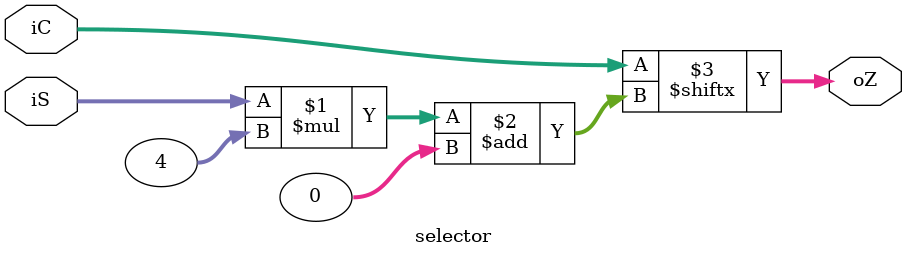
<source format=v>
`timescale 1ns / 1ps



module selector #(
    parameter bitWidth = 4,
    parameter inputNum = 4,
    parameter selectNumWidth = 2
)(
    input [bitWidth * inputNum - 1:0] iC,
    input [selectNumWidth - 1:0] iS,
    output [bitWidth - 1:0] oZ
    );
    assign oZ = iC[iS * bitWidth +: bitWidth];
    
endmodule

</source>
